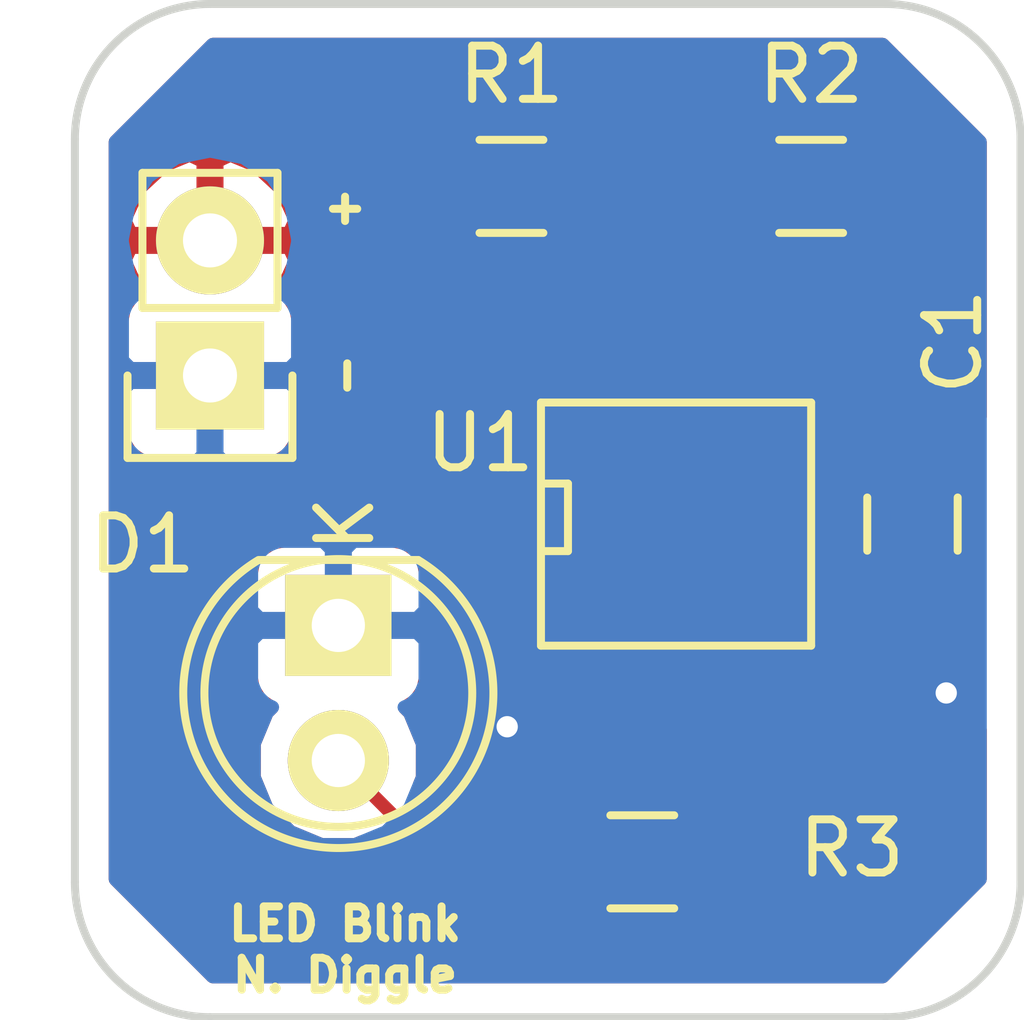
<source format=kicad_pcb>
(kicad_pcb (version 4) (host pcbnew 4.0.2-stable)

  (general
    (links 13)
    (no_connects 2)
    (area 126.924999 107.874999 144.855001 127.075001)
    (thickness 1.6)
    (drawings 11)
    (tracks 27)
    (zones 0)
    (modules 7)
    (nets 8)
  )

  (page A4)
  (layers
    (0 F.Cu signal)
    (31 B.Cu signal)
    (32 B.Adhes user)
    (33 F.Adhes user)
    (34 B.Paste user)
    (35 F.Paste user)
    (36 B.SilkS user)
    (37 F.SilkS user)
    (38 B.Mask user)
    (39 F.Mask user)
    (40 Dwgs.User user)
    (41 Cmts.User user)
    (42 Eco1.User user)
    (43 Eco2.User user)
    (44 Edge.Cuts user)
    (45 Margin user)
    (46 B.CrtYd user)
    (47 F.CrtYd user)
    (48 B.Fab user)
    (49 F.Fab user)
  )

  (setup
    (last_trace_width 0.25)
    (trace_clearance 0.2)
    (zone_clearance 0.508)
    (zone_45_only yes)
    (trace_min 0.2)
    (segment_width 0.2)
    (edge_width 0.15)
    (via_size 0.6)
    (via_drill 0.4)
    (via_min_size 0.4)
    (via_min_drill 0.3)
    (uvia_size 0.3)
    (uvia_drill 0.1)
    (uvias_allowed no)
    (uvia_min_size 0.2)
    (uvia_min_drill 0.1)
    (pcb_text_width 0.3)
    (pcb_text_size 1.5 1.5)
    (mod_edge_width 0.15)
    (mod_text_size 1 1)
    (mod_text_width 0.15)
    (pad_size 1.524 1.524)
    (pad_drill 0.762)
    (pad_to_mask_clearance 0.2)
    (aux_axis_origin 0 0)
    (visible_elements 7FFEFFFF)
    (pcbplotparams
      (layerselection 0x00030_80000001)
      (usegerberextensions false)
      (excludeedgelayer true)
      (linewidth 0.100000)
      (plotframeref false)
      (viasonmask false)
      (mode 1)
      (useauxorigin false)
      (hpglpennumber 1)
      (hpglpenspeed 20)
      (hpglpendiameter 15)
      (hpglpenoverlay 2)
      (psnegative false)
      (psa4output false)
      (plotreference true)
      (plotvalue true)
      (plotinvisibletext false)
      (padsonsilk false)
      (subtractmaskfromsilk false)
      (outputformat 1)
      (mirror false)
      (drillshape 1)
      (scaleselection 1)
      (outputdirectory ""))
  )

  (net 0 "")
  (net 1 VCC)
  (net 2 GND)
  (net 3 "Net-(U1-Pad5)")
  (net 4 "Net-(C1-Pad1)")
  (net 5 "Net-(D1-Pad2)")
  (net 6 "Net-(R1-Pad2)")
  (net 7 "Net-(R3-Pad1)")

  (net_class Default "This is the default net class."
    (clearance 0.2)
    (trace_width 0.25)
    (via_dia 0.6)
    (via_drill 0.4)
    (uvia_dia 0.3)
    (uvia_drill 0.1)
    (add_net GND)
    (add_net "Net-(C1-Pad1)")
    (add_net "Net-(D1-Pad2)")
    (add_net "Net-(R1-Pad2)")
    (add_net "Net-(R3-Pad1)")
    (add_net "Net-(U1-Pad5)")
    (add_net VCC)
  )

  (module Capacitors_SMD:C_0805_HandSoldering (layer F.Cu) (tedit 541A9B8D) (tstamp 57CEF9DC)
    (at 142.748 117.729 270)
    (descr "Capacitor SMD 0805, hand soldering")
    (tags "capacitor 0805")
    (path /57CED41D)
    (attr smd)
    (fp_text reference C1 (at -3.429 -0.762 270) (layer F.SilkS)
      (effects (font (size 1 1) (thickness 0.15)))
    )
    (fp_text value 1uF (at 0 2.1 270) (layer F.Fab)
      (effects (font (size 1 1) (thickness 0.15)))
    )
    (fp_line (start -2.3 -1) (end 2.3 -1) (layer F.CrtYd) (width 0.05))
    (fp_line (start -2.3 1) (end 2.3 1) (layer F.CrtYd) (width 0.05))
    (fp_line (start -2.3 -1) (end -2.3 1) (layer F.CrtYd) (width 0.05))
    (fp_line (start 2.3 -1) (end 2.3 1) (layer F.CrtYd) (width 0.05))
    (fp_line (start 0.5 -0.85) (end -0.5 -0.85) (layer F.SilkS) (width 0.15))
    (fp_line (start -0.5 0.85) (end 0.5 0.85) (layer F.SilkS) (width 0.15))
    (pad 1 smd rect (at -1.25 0 270) (size 1.5 1.25) (layers F.Cu F.Paste F.Mask)
      (net 4 "Net-(C1-Pad1)"))
    (pad 2 smd rect (at 1.25 0 270) (size 1.5 1.25) (layers F.Cu F.Paste F.Mask)
      (net 2 GND))
    (model Capacitors_SMD.3dshapes/C_0805_HandSoldering.wrl
      (at (xyz 0 0 0))
      (scale (xyz 1 1 1))
      (rotate (xyz 0 0 0))
    )
  )

  (module LEDs:LED-5MM (layer F.Cu) (tedit 5570F7EA) (tstamp 57CEF9E2)
    (at 131.953 119.634 270)
    (descr "LED 5mm round vertical")
    (tags "LED 5mm round vertical")
    (path /57CED4CB)
    (fp_text reference D1 (at -1.524 3.683 360) (layer F.SilkS)
      (effects (font (size 1 1) (thickness 0.15)))
    )
    (fp_text value LED (at 1.524 -3.937 270) (layer F.Fab)
      (effects (font (size 1 1) (thickness 0.15)))
    )
    (fp_line (start -1.5 -1.55) (end -1.5 1.55) (layer F.CrtYd) (width 0.05))
    (fp_arc (start 1.3 0) (end -1.5 1.55) (angle -302) (layer F.CrtYd) (width 0.05))
    (fp_arc (start 1.27 0) (end -1.23 -1.5) (angle 297.5) (layer F.SilkS) (width 0.15))
    (fp_line (start -1.23 1.5) (end -1.23 -1.5) (layer F.SilkS) (width 0.15))
    (fp_circle (center 1.27 0) (end 0.97 -2.5) (layer F.SilkS) (width 0.15))
    (fp_text user K (at -1.905 -0.127 270) (layer F.SilkS)
      (effects (font (size 1 1) (thickness 0.15)))
    )
    (pad 1 thru_hole rect (at 0 0) (size 2 1.9) (drill 1.00076) (layers *.Cu *.Mask F.SilkS)
      (net 2 GND))
    (pad 2 thru_hole circle (at 2.54 0 270) (size 1.9 1.9) (drill 1.00076) (layers *.Cu *.Mask F.SilkS)
      (net 5 "Net-(D1-Pad2)"))
    (model LEDs.3dshapes/LED-5MM.wrl
      (at (xyz 0.05 0 0))
      (scale (xyz 1 1 1))
      (rotate (xyz 0 0 90))
    )
  )

  (module Resistors_SMD:R_0805_HandSoldering (layer F.Cu) (tedit 54189DEE) (tstamp 57CEF9E8)
    (at 135.208 111.379)
    (descr "Resistor SMD 0805, hand soldering")
    (tags "resistor 0805")
    (path /57CED3AF)
    (attr smd)
    (fp_text reference R1 (at 0 -2.1) (layer F.SilkS)
      (effects (font (size 1 1) (thickness 0.15)))
    )
    (fp_text value 1k (at 0 2.1) (layer F.Fab)
      (effects (font (size 1 1) (thickness 0.15)))
    )
    (fp_line (start -2.4 -1) (end 2.4 -1) (layer F.CrtYd) (width 0.05))
    (fp_line (start -2.4 1) (end 2.4 1) (layer F.CrtYd) (width 0.05))
    (fp_line (start -2.4 -1) (end -2.4 1) (layer F.CrtYd) (width 0.05))
    (fp_line (start 2.4 -1) (end 2.4 1) (layer F.CrtYd) (width 0.05))
    (fp_line (start 0.6 0.875) (end -0.6 0.875) (layer F.SilkS) (width 0.15))
    (fp_line (start -0.6 -0.875) (end 0.6 -0.875) (layer F.SilkS) (width 0.15))
    (pad 1 smd rect (at -1.35 0) (size 1.5 1.3) (layers F.Cu F.Paste F.Mask)
      (net 1 VCC))
    (pad 2 smd rect (at 1.35 0) (size 1.5 1.3) (layers F.Cu F.Paste F.Mask)
      (net 6 "Net-(R1-Pad2)"))
    (model Resistors_SMD.3dshapes/R_0805_HandSoldering.wrl
      (at (xyz 0 0 0))
      (scale (xyz 1 1 1))
      (rotate (xyz 0 0 0))
    )
  )

  (module Resistors_SMD:R_0805_HandSoldering (layer F.Cu) (tedit 54189DEE) (tstamp 57CEF9EE)
    (at 140.843 111.379)
    (descr "Resistor SMD 0805, hand soldering")
    (tags "resistor 0805")
    (path /57CED3F2)
    (attr smd)
    (fp_text reference R2 (at 0 -2.1) (layer F.SilkS)
      (effects (font (size 1 1) (thickness 0.15)))
    )
    (fp_text value 470k (at 0 2.1) (layer F.Fab)
      (effects (font (size 1 1) (thickness 0.15)))
    )
    (fp_line (start -2.4 -1) (end 2.4 -1) (layer F.CrtYd) (width 0.05))
    (fp_line (start -2.4 1) (end 2.4 1) (layer F.CrtYd) (width 0.05))
    (fp_line (start -2.4 -1) (end -2.4 1) (layer F.CrtYd) (width 0.05))
    (fp_line (start 2.4 -1) (end 2.4 1) (layer F.CrtYd) (width 0.05))
    (fp_line (start 0.6 0.875) (end -0.6 0.875) (layer F.SilkS) (width 0.15))
    (fp_line (start -0.6 -0.875) (end 0.6 -0.875) (layer F.SilkS) (width 0.15))
    (pad 1 smd rect (at -1.35 0) (size 1.5 1.3) (layers F.Cu F.Paste F.Mask)
      (net 6 "Net-(R1-Pad2)"))
    (pad 2 smd rect (at 1.35 0) (size 1.5 1.3) (layers F.Cu F.Paste F.Mask)
      (net 4 "Net-(C1-Pad1)"))
    (model Resistors_SMD.3dshapes/R_0805_HandSoldering.wrl
      (at (xyz 0 0 0))
      (scale (xyz 1 1 1))
      (rotate (xyz 0 0 0))
    )
  )

  (module Resistors_SMD:R_0805_HandSoldering (layer F.Cu) (tedit 54189DEE) (tstamp 57CEF9F4)
    (at 137.668 124.079 180)
    (descr "Resistor SMD 0805, hand soldering")
    (tags "resistor 0805")
    (path /57CED462)
    (attr smd)
    (fp_text reference R3 (at -3.937 0.254 180) (layer F.SilkS)
      (effects (font (size 1 1) (thickness 0.15)))
    )
    (fp_text value 1k (at 0 2.1 180) (layer F.Fab)
      (effects (font (size 1 1) (thickness 0.15)))
    )
    (fp_line (start -2.4 -1) (end 2.4 -1) (layer F.CrtYd) (width 0.05))
    (fp_line (start -2.4 1) (end 2.4 1) (layer F.CrtYd) (width 0.05))
    (fp_line (start -2.4 -1) (end -2.4 1) (layer F.CrtYd) (width 0.05))
    (fp_line (start 2.4 -1) (end 2.4 1) (layer F.CrtYd) (width 0.05))
    (fp_line (start 0.6 0.875) (end -0.6 0.875) (layer F.SilkS) (width 0.15))
    (fp_line (start -0.6 -0.875) (end 0.6 -0.875) (layer F.SilkS) (width 0.15))
    (pad 1 smd rect (at -1.35 0 180) (size 1.5 1.3) (layers F.Cu F.Paste F.Mask)
      (net 7 "Net-(R3-Pad1)"))
    (pad 2 smd rect (at 1.35 0 180) (size 1.5 1.3) (layers F.Cu F.Paste F.Mask)
      (net 5 "Net-(D1-Pad2)"))
    (model Resistors_SMD.3dshapes/R_0805_HandSoldering.wrl
      (at (xyz 0 0 0))
      (scale (xyz 1 1 1))
      (rotate (xyz 0 0 0))
    )
  )

  (module SMD_Packages:SOIC-8-N (layer F.Cu) (tedit 0) (tstamp 57CEFA00)
    (at 138.303 117.729)
    (descr "Module Narrow CMS SOJ 8 pins large")
    (tags "CMS SOJ")
    (path /57CED36D)
    (attr smd)
    (fp_text reference U1 (at -3.683 -1.524) (layer F.SilkS)
      (effects (font (size 1 1) (thickness 0.15)))
    )
    (fp_text value ICM7555 (at 0 1.27) (layer F.Fab)
      (effects (font (size 1 1) (thickness 0.15)))
    )
    (fp_line (start -2.54 -2.286) (end 2.54 -2.286) (layer F.SilkS) (width 0.15))
    (fp_line (start 2.54 -2.286) (end 2.54 2.286) (layer F.SilkS) (width 0.15))
    (fp_line (start 2.54 2.286) (end -2.54 2.286) (layer F.SilkS) (width 0.15))
    (fp_line (start -2.54 2.286) (end -2.54 -2.286) (layer F.SilkS) (width 0.15))
    (fp_line (start -2.54 -0.762) (end -2.032 -0.762) (layer F.SilkS) (width 0.15))
    (fp_line (start -2.032 -0.762) (end -2.032 0.508) (layer F.SilkS) (width 0.15))
    (fp_line (start -2.032 0.508) (end -2.54 0.508) (layer F.SilkS) (width 0.15))
    (pad 8 smd rect (at -1.905 -3.175) (size 0.508 1.143) (layers F.Cu F.Paste F.Mask)
      (net 1 VCC))
    (pad 7 smd rect (at -0.635 -3.175) (size 0.508 1.143) (layers F.Cu F.Paste F.Mask)
      (net 6 "Net-(R1-Pad2)"))
    (pad 6 smd rect (at 0.635 -3.175) (size 0.508 1.143) (layers F.Cu F.Paste F.Mask)
      (net 4 "Net-(C1-Pad1)"))
    (pad 5 smd rect (at 1.905 -3.175) (size 0.508 1.143) (layers F.Cu F.Paste F.Mask)
      (net 3 "Net-(U1-Pad5)"))
    (pad 4 smd rect (at 1.905 3.175) (size 0.508 1.143) (layers F.Cu F.Paste F.Mask)
      (net 1 VCC))
    (pad 3 smd rect (at 0.635 3.175) (size 0.508 1.143) (layers F.Cu F.Paste F.Mask)
      (net 7 "Net-(R3-Pad1)"))
    (pad 2 smd rect (at -0.635 3.175) (size 0.508 1.143) (layers F.Cu F.Paste F.Mask)
      (net 4 "Net-(C1-Pad1)"))
    (pad 1 smd rect (at -1.905 3.175) (size 0.508 1.143) (layers F.Cu F.Paste F.Mask)
      (net 2 GND))
    (model SMD_Packages.3dshapes/SOIC-8-N.wrl
      (at (xyz 0 0 0))
      (scale (xyz 0.5 0.38 0.5))
      (rotate (xyz 0 0 0))
    )
  )

  (module Socket_Strips:Socket_Strip_Straight_1x02 (layer F.Cu) (tedit 57D01D14) (tstamp 57D01CA7)
    (at 129.54 114.935 90)
    (descr "Through hole socket strip")
    (tags "socket strip")
    (path /57D01D05)
    (fp_text reference P1 (at 5.08 0 180) (layer F.SilkS) hide
      (effects (font (size 1 1) (thickness 0.15)))
    )
    (fp_text value CONN_01X02 (at 0 -3.1 90) (layer F.Fab)
      (effects (font (size 1 1) (thickness 0.15)))
    )
    (fp_line (start -1.55 1.55) (end 0 1.55) (layer F.SilkS) (width 0.15))
    (fp_line (start 3.81 1.27) (end 1.27 1.27) (layer F.SilkS) (width 0.15))
    (fp_line (start -1.75 -1.75) (end -1.75 1.75) (layer F.CrtYd) (width 0.05))
    (fp_line (start 4.3 -1.75) (end 4.3 1.75) (layer F.CrtYd) (width 0.05))
    (fp_line (start -1.75 -1.75) (end 4.3 -1.75) (layer F.CrtYd) (width 0.05))
    (fp_line (start -1.75 1.75) (end 4.3 1.75) (layer F.CrtYd) (width 0.05))
    (fp_line (start 1.27 1.27) (end 1.27 -1.27) (layer F.SilkS) (width 0.15))
    (fp_line (start 0 -1.55) (end -1.55 -1.55) (layer F.SilkS) (width 0.15))
    (fp_line (start -1.55 -1.55) (end -1.55 1.55) (layer F.SilkS) (width 0.15))
    (fp_line (start 1.27 -1.27) (end 3.81 -1.27) (layer F.SilkS) (width 0.15))
    (fp_line (start 3.81 -1.27) (end 3.81 1.27) (layer F.SilkS) (width 0.15))
    (pad 1 thru_hole rect (at 0 0 90) (size 2.032 2.032) (drill 1.016) (layers *.Cu *.Mask F.SilkS)
      (net 2 GND))
    (pad 2 thru_hole oval (at 2.54 0 90) (size 2.032 2.032) (drill 1.016) (layers *.Cu *.Mask F.SilkS)
      (net 1 VCC))
    (model Socket_Strips.3dshapes/Socket_Strip_Straight_1x02.wrl
      (at (xyz 0.05 0 0))
      (scale (xyz 1 1 1))
      (rotate (xyz 0 0 180))
    )
  )

  (gr_text - (at 132.08 114.935 90) (layer F.SilkS) (tstamp 57D01CCD)
    (effects (font (size 0.6 0.6) (thickness 0.15)))
  )
  (gr_text + (at 132.08 111.76 360) (layer F.SilkS)
    (effects (font (size 0.6 0.6) (thickness 0.15)))
  )
  (gr_text "LED Blink\nN. Diggle" (at 132.08 125.73) (layer F.SilkS)
    (effects (font (size 0.6 0.6) (thickness 0.15)))
  )
  (gr_arc (start 142.24 124.46) (end 144.78 124.46) (angle 90) (layer Edge.Cuts) (width 0.15))
  (gr_arc (start 142.24 110.49) (end 142.24 107.95) (angle 90) (layer Edge.Cuts) (width 0.15))
  (gr_line (start 144.78 110.49) (end 144.78 124.46) (layer Edge.Cuts) (width 0.15))
  (gr_line (start 129.54 107.95) (end 142.24 107.95) (layer Edge.Cuts) (width 0.15))
  (gr_arc (start 129.54 110.49) (end 127 110.49) (angle 90) (layer Edge.Cuts) (width 0.15))
  (gr_arc (start 129.54 124.46) (end 129.54 127) (angle 90) (layer Edge.Cuts) (width 0.15))
  (gr_line (start 127 110.49) (end 127 124.46) (layer Edge.Cuts) (width 0.15))
  (gr_line (start 129.54 127) (end 142.24 127) (layer Edge.Cuts) (width 0.15))

  (segment (start 136.398 120.904) (end 135.763 120.904) (width 0.25) (layer F.Cu) (net 2))
  (segment (start 135.763 120.904) (end 135.128 121.539) (width 0.25) (layer F.Cu) (net 2))
  (via (at 135.128 121.539) (size 0.6) (drill 0.4) (layers F.Cu B.Cu) (net 2))
  (segment (start 142.748 118.979) (end 142.748 120.269) (width 0.25) (layer F.Cu) (net 2))
  (via (at 143.383 120.904) (size 0.6) (drill 0.4) (layers F.Cu B.Cu) (net 2))
  (segment (start 142.748 120.269) (end 143.383 120.904) (width 0.25) (layer F.Cu) (net 2))
  (segment (start 138.938 114.554) (end 138.938 116.899783) (width 0.25) (layer F.Cu) (net 4))
  (segment (start 138.938 116.899783) (end 137.668 118.169783) (width 0.25) (layer F.Cu) (net 4))
  (segment (start 137.668 118.169783) (end 137.668 120.0825) (width 0.25) (layer F.Cu) (net 4))
  (segment (start 137.668 120.0825) (end 137.668 120.904) (width 0.25) (layer F.Cu) (net 4))
  (segment (start 141.456532 112.969053) (end 142.748 114.260521) (width 0.25) (layer F.Cu) (net 4))
  (segment (start 142.748 114.260521) (end 142.748 116.479) (width 0.25) (layer F.Cu) (net 4))
  (segment (start 142.193 111.379) (end 142.193 112.232585) (width 0.25) (layer F.Cu) (net 4))
  (segment (start 142.193 112.232585) (end 141.456532 112.969053) (width 0.25) (layer F.Cu) (net 4))
  (segment (start 141.456532 112.969053) (end 139.496057 112.969053) (width 0.25) (layer F.Cu) (net 4))
  (segment (start 139.496057 112.969053) (end 138.938 113.52711) (width 0.25) (layer F.Cu) (net 4))
  (segment (start 138.938 113.52711) (end 138.938 114.554) (width 0.25) (layer F.Cu) (net 4))
  (segment (start 131.953 122.174) (end 133.858 124.079) (width 0.25) (layer F.Cu) (net 5))
  (segment (start 133.858 124.079) (end 136.318 124.079) (width 0.25) (layer F.Cu) (net 5))
  (segment (start 139.493 111.379) (end 138.493 111.379) (width 0.25) (layer F.Cu) (net 6))
  (segment (start 138.493 111.379) (end 137.668 112.204) (width 0.25) (layer F.Cu) (net 6))
  (segment (start 137.668 112.204) (end 137.668 112.389) (width 0.25) (layer F.Cu) (net 6))
  (segment (start 137.668 114.554) (end 137.668 112.389) (width 0.25) (layer F.Cu) (net 6))
  (segment (start 137.668 112.389) (end 136.658 111.379) (width 0.25) (layer F.Cu) (net 6))
  (segment (start 136.658 111.379) (end 136.558 111.379) (width 0.25) (layer F.Cu) (net 6))
  (segment (start 139.018 124.079) (end 139.018 120.984) (width 0.25) (layer F.Cu) (net 7))
  (segment (start 139.018 120.984) (end 138.938 120.904) (width 0.25) (layer F.Cu) (net 7))

  (zone (net 2) (net_name GND) (layer B.Cu) (tstamp 0) (hatch edge 0.508)
    (connect_pads (clearance 0.508))
    (min_thickness 0.254)
    (fill yes (arc_segments 16) (thermal_gap 0.508) (thermal_bridge_width 0.508))
    (polygon
      (pts
        (xy 129.54 126.365) (xy 127.635 124.46) (xy 127.635 110.49) (xy 129.54 108.585) (xy 142.24 108.585)
        (xy 144.145 110.49) (xy 144.145 124.46) (xy 142.24 126.365)
      )
    )
    (filled_polygon
      (pts
        (xy 144.018 110.542606) (xy 144.018 124.407394) (xy 142.187394 126.238) (xy 129.592606 126.238) (xy 127.762 124.407394)
        (xy 127.762 119.91975) (xy 130.318 119.91975) (xy 130.318 120.71031) (xy 130.414673 120.943699) (xy 130.593302 121.122327)
        (xy 130.713251 121.172012) (xy 130.610086 121.274997) (xy 130.368276 121.857341) (xy 130.367725 122.487893) (xy 130.608519 123.070657)
        (xy 131.053997 123.516914) (xy 131.636341 123.758724) (xy 132.266893 123.759275) (xy 132.849657 123.518481) (xy 133.295914 123.073003)
        (xy 133.537724 122.490659) (xy 133.538275 121.860107) (xy 133.297481 121.277343) (xy 133.192455 121.172133) (xy 133.312698 121.122327)
        (xy 133.491327 120.943699) (xy 133.588 120.71031) (xy 133.588 119.91975) (xy 133.42925 119.761) (xy 132.08 119.761)
        (xy 132.08 119.781) (xy 131.826 119.781) (xy 131.826 119.761) (xy 130.47675 119.761) (xy 130.318 119.91975)
        (xy 127.762 119.91975) (xy 127.762 118.55769) (xy 130.318 118.55769) (xy 130.318 119.34825) (xy 130.47675 119.507)
        (xy 131.826 119.507) (xy 131.826 118.20775) (xy 132.08 118.20775) (xy 132.08 119.507) (xy 133.42925 119.507)
        (xy 133.588 119.34825) (xy 133.588 118.55769) (xy 133.491327 118.324301) (xy 133.312698 118.145673) (xy 133.079309 118.049)
        (xy 132.23875 118.049) (xy 132.08 118.20775) (xy 131.826 118.20775) (xy 131.66725 118.049) (xy 130.826691 118.049)
        (xy 130.593302 118.145673) (xy 130.414673 118.324301) (xy 130.318 118.55769) (xy 127.762 118.55769) (xy 127.762 115.22075)
        (xy 127.889 115.22075) (xy 127.889 116.077309) (xy 127.985673 116.310698) (xy 128.164301 116.489327) (xy 128.39769 116.586)
        (xy 129.25425 116.586) (xy 129.413 116.42725) (xy 129.413 115.062) (xy 129.667 115.062) (xy 129.667 116.42725)
        (xy 129.82575 116.586) (xy 130.68231 116.586) (xy 130.915699 116.489327) (xy 131.094327 116.310698) (xy 131.191 116.077309)
        (xy 131.191 115.22075) (xy 131.03225 115.062) (xy 129.667 115.062) (xy 129.413 115.062) (xy 128.04775 115.062)
        (xy 127.889 115.22075) (xy 127.762 115.22075) (xy 127.762 112.362655) (xy 127.889 112.362655) (xy 127.889 112.427345)
        (xy 128.014675 113.059155) (xy 128.215372 113.359519) (xy 128.164301 113.380673) (xy 127.985673 113.559302) (xy 127.889 113.792691)
        (xy 127.889 114.64925) (xy 128.04775 114.808) (xy 129.413 114.808) (xy 129.413 114.788) (xy 129.667 114.788)
        (xy 129.667 114.808) (xy 131.03225 114.808) (xy 131.191 114.64925) (xy 131.191 113.792691) (xy 131.094327 113.559302)
        (xy 130.915699 113.380673) (xy 130.864628 113.359519) (xy 131.065325 113.059155) (xy 131.191 112.427345) (xy 131.191 112.362655)
        (xy 131.065325 111.730845) (xy 130.707433 111.195222) (xy 130.17181 110.83733) (xy 129.54 110.711655) (xy 128.90819 110.83733)
        (xy 128.372567 111.195222) (xy 128.014675 111.730845) (xy 127.889 112.362655) (xy 127.762 112.362655) (xy 127.762 110.542606)
        (xy 129.592606 108.712) (xy 142.187394 108.712)
      )
    )
  )
  (zone (net 1) (net_name VCC) (layer F.Cu) (tstamp 0) (hatch edge 0.508)
    (connect_pads (clearance 0.508))
    (min_thickness 0.254)
    (fill yes (arc_segments 16) (thermal_gap 0.508) (thermal_bridge_width 0.508))
    (polygon
      (pts
        (xy 129.54 126.365) (xy 127.635 124.46) (xy 127.635 110.49) (xy 129.54 108.585) (xy 142.24 108.585)
        (xy 144.145 110.49) (xy 144.145 124.46) (xy 142.24 126.365)
      )
    )
    (filled_polygon
      (pts
        (xy 144.018 110.542606) (xy 144.018 115.716033) (xy 143.976162 115.493683) (xy 143.83709 115.277559) (xy 143.62489 115.132569)
        (xy 143.508 115.108898) (xy 143.508 114.260521) (xy 143.450148 113.969682) (xy 143.285401 113.72312) (xy 142.531334 112.969053)
        (xy 142.730401 112.769986) (xy 142.792906 112.67644) (xy 142.943 112.67644) (xy 143.178317 112.632162) (xy 143.394441 112.49309)
        (xy 143.539431 112.28089) (xy 143.59044 112.029) (xy 143.59044 110.729) (xy 143.546162 110.493683) (xy 143.40709 110.277559)
        (xy 143.19489 110.132569) (xy 142.943 110.08156) (xy 141.443 110.08156) (xy 141.207683 110.125838) (xy 140.991559 110.26491)
        (xy 140.846569 110.47711) (xy 140.843919 110.490197) (xy 140.70709 110.277559) (xy 140.49489 110.132569) (xy 140.243 110.08156)
        (xy 138.743 110.08156) (xy 138.507683 110.125838) (xy 138.291559 110.26491) (xy 138.146569 110.47711) (xy 138.09556 110.729)
        (xy 138.09556 110.74808) (xy 137.955599 110.841599) (xy 137.95544 110.841758) (xy 137.95544 110.729) (xy 137.911162 110.493683)
        (xy 137.77209 110.277559) (xy 137.55989 110.132569) (xy 137.308 110.08156) (xy 135.808 110.08156) (xy 135.572683 110.125838)
        (xy 135.356559 110.26491) (xy 135.211569 110.47711) (xy 135.204809 110.51049) (xy 135.146327 110.369301) (xy 134.967698 110.190673)
        (xy 134.734309 110.094) (xy 134.14375 110.094) (xy 133.985 110.25275) (xy 133.985 111.252) (xy 134.005 111.252)
        (xy 134.005 111.506) (xy 133.985 111.506) (xy 133.985 112.50525) (xy 134.14375 112.664) (xy 134.734309 112.664)
        (xy 134.967698 112.567327) (xy 135.146327 112.388699) (xy 135.202654 112.252713) (xy 135.204838 112.264317) (xy 135.34391 112.480441)
        (xy 135.55611 112.625431) (xy 135.808 112.67644) (xy 136.880638 112.67644) (xy 136.908 112.703802) (xy 136.908 113.40122)
        (xy 136.778309 113.3475) (xy 136.68375 113.3475) (xy 136.525 113.50625) (xy 136.525 114.427) (xy 136.545 114.427)
        (xy 136.545 114.681) (xy 136.525 114.681) (xy 136.525 115.60175) (xy 136.68375 115.7605) (xy 136.778309 115.7605)
        (xy 137.011698 115.663827) (xy 137.038235 115.637291) (xy 137.16211 115.721931) (xy 137.414 115.77294) (xy 137.922 115.77294)
        (xy 138.157317 115.728662) (xy 138.178 115.715353) (xy 138.178 116.584981) (xy 137.130599 117.632382) (xy 136.965852 117.878944)
        (xy 136.908 118.169783) (xy 136.908 119.738877) (xy 136.90389 119.736069) (xy 136.652 119.68506) (xy 136.144 119.68506)
        (xy 135.908683 119.729338) (xy 135.692559 119.86841) (xy 135.547569 120.08061) (xy 135.525151 120.191311) (xy 135.472161 120.201852)
        (xy 135.225599 120.366599) (xy 134.98832 120.603878) (xy 134.942833 120.603838) (xy 134.599057 120.745883) (xy 134.335808 121.008673)
        (xy 134.193162 121.352201) (xy 134.192838 121.724167) (xy 134.334883 122.067943) (xy 134.597673 122.331192) (xy 134.941201 122.473838)
        (xy 135.313167 122.474162) (xy 135.656943 122.332117) (xy 135.913287 122.07622) (xy 136.144 122.12294) (xy 136.652 122.12294)
        (xy 136.887317 122.078662) (xy 137.033907 121.984334) (xy 137.16211 122.071931) (xy 137.414 122.12294) (xy 137.922 122.12294)
        (xy 138.157317 122.078662) (xy 138.258 122.013874) (xy 138.258 122.783442) (xy 138.032683 122.825838) (xy 137.816559 122.96491)
        (xy 137.671569 123.17711) (xy 137.668919 123.190197) (xy 137.53209 122.977559) (xy 137.31989 122.832569) (xy 137.068 122.78156)
        (xy 135.568 122.78156) (xy 135.332683 122.825838) (xy 135.116559 122.96491) (xy 134.971569 123.17711) (xy 134.942836 123.319)
        (xy 134.172802 123.319) (xy 133.48102 122.627218) (xy 133.537724 122.490659) (xy 133.538275 121.860107) (xy 133.297481 121.277343)
        (xy 133.199971 121.179663) (xy 133.404441 121.04809) (xy 133.549431 120.83589) (xy 133.60044 120.584) (xy 133.60044 118.684)
        (xy 133.556162 118.448683) (xy 133.41709 118.232559) (xy 133.20489 118.087569) (xy 132.953 118.03656) (xy 130.953 118.03656)
        (xy 130.717683 118.080838) (xy 130.501559 118.21991) (xy 130.356569 118.43211) (xy 130.30556 118.684) (xy 130.30556 120.584)
        (xy 130.349838 120.819317) (xy 130.48891 121.035441) (xy 130.70111 121.180431) (xy 130.704192 121.181055) (xy 130.610086 121.274997)
        (xy 130.368276 121.857341) (xy 130.367725 122.487893) (xy 130.608519 123.070657) (xy 131.053997 123.516914) (xy 131.636341 123.758724)
        (xy 132.266893 123.759275) (xy 132.405996 123.701798) (xy 133.320599 124.616401) (xy 133.567161 124.781148) (xy 133.858 124.839)
        (xy 134.941258 124.839) (xy 134.964838 124.964317) (xy 135.10391 125.180441) (xy 135.31611 125.325431) (xy 135.568 125.37644)
        (xy 137.068 125.37644) (xy 137.303317 125.332162) (xy 137.519441 125.19309) (xy 137.664431 124.98089) (xy 137.667081 124.967803)
        (xy 137.80391 125.180441) (xy 138.01611 125.325431) (xy 138.268 125.37644) (xy 139.768 125.37644) (xy 140.003317 125.332162)
        (xy 140.219441 125.19309) (xy 140.364431 124.98089) (xy 140.41544 124.729) (xy 140.41544 123.429) (xy 140.371162 123.193683)
        (xy 140.23209 122.977559) (xy 140.01989 122.832569) (xy 139.778 122.783585) (xy 139.778 122.089917) (xy 139.827691 122.1105)
        (xy 139.92225 122.1105) (xy 140.081 121.95175) (xy 140.081 121.031) (xy 140.335 121.031) (xy 140.335 121.95175)
        (xy 140.49375 122.1105) (xy 140.588309 122.1105) (xy 140.821698 122.013827) (xy 141.000327 121.835199) (xy 141.097 121.60181)
        (xy 141.097 121.18975) (xy 140.93825 121.031) (xy 140.335 121.031) (xy 140.081 121.031) (xy 140.061 121.031)
        (xy 140.061 120.777) (xy 140.081 120.777) (xy 140.081 119.85625) (xy 140.335 119.85625) (xy 140.335 120.777)
        (xy 140.93825 120.777) (xy 141.097 120.61825) (xy 141.097 120.20619) (xy 141.000327 119.972801) (xy 140.821698 119.794173)
        (xy 140.588309 119.6975) (xy 140.49375 119.6975) (xy 140.335 119.85625) (xy 140.081 119.85625) (xy 139.92225 119.6975)
        (xy 139.827691 119.6975) (xy 139.594302 119.794173) (xy 139.567765 119.820709) (xy 139.44389 119.736069) (xy 139.192 119.68506)
        (xy 138.684 119.68506) (xy 138.448683 119.729338) (xy 138.428 119.742647) (xy 138.428 118.484585) (xy 139.475401 117.437184)
        (xy 139.640148 117.190623) (xy 139.698 116.899783) (xy 139.698 115.719123) (xy 139.70211 115.721931) (xy 139.954 115.77294)
        (xy 140.462 115.77294) (xy 140.697317 115.728662) (xy 140.913441 115.58959) (xy 141.058431 115.37739) (xy 141.10944 115.1255)
        (xy 141.10944 113.9825) (xy 141.065162 113.747183) (xy 141.053496 113.729053) (xy 141.14173 113.729053) (xy 141.988 114.575323)
        (xy 141.988 115.106962) (xy 141.887683 115.125838) (xy 141.671559 115.26491) (xy 141.526569 115.47711) (xy 141.47556 115.729)
        (xy 141.47556 117.229) (xy 141.519838 117.464317) (xy 141.65891 117.680441) (xy 141.728711 117.728134) (xy 141.671559 117.76491)
        (xy 141.526569 117.97711) (xy 141.47556 118.229) (xy 141.47556 119.729) (xy 141.519838 119.964317) (xy 141.65891 120.180441)
        (xy 141.87111 120.325431) (xy 142.004602 120.352464) (xy 142.045852 120.559839) (xy 142.210599 120.806401) (xy 142.447878 121.04368)
        (xy 142.447838 121.089167) (xy 142.589883 121.432943) (xy 142.852673 121.696192) (xy 143.196201 121.838838) (xy 143.568167 121.839162)
        (xy 143.911943 121.697117) (xy 144.018 121.591245) (xy 144.018 124.407394) (xy 142.187394 126.238) (xy 129.592606 126.238)
        (xy 127.762 124.407394) (xy 127.762 113.919) (xy 127.87656 113.919) (xy 127.87656 115.951) (xy 127.920838 116.186317)
        (xy 128.05991 116.402441) (xy 128.27211 116.547431) (xy 128.524 116.59844) (xy 130.556 116.59844) (xy 130.791317 116.554162)
        (xy 131.007441 116.41509) (xy 131.152431 116.20289) (xy 131.20344 115.951) (xy 131.20344 114.83975) (xy 135.509 114.83975)
        (xy 135.509 115.25181) (xy 135.605673 115.485199) (xy 135.784302 115.663827) (xy 136.017691 115.7605) (xy 136.11225 115.7605)
        (xy 136.271 115.60175) (xy 136.271 114.681) (xy 135.66775 114.681) (xy 135.509 114.83975) (xy 131.20344 114.83975)
        (xy 131.20344 113.919) (xy 131.191622 113.85619) (xy 135.509 113.85619) (xy 135.509 114.26825) (xy 135.66775 114.427)
        (xy 136.271 114.427) (xy 136.271 113.50625) (xy 136.11225 113.3475) (xy 136.017691 113.3475) (xy 135.784302 113.444173)
        (xy 135.605673 113.622801) (xy 135.509 113.85619) (xy 131.191622 113.85619) (xy 131.159162 113.683683) (xy 131.02009 113.467559)
        (xy 130.873128 113.367144) (xy 130.877188 113.363379) (xy 131.145983 112.777946) (xy 131.027367 112.522) (xy 129.667 112.522)
        (xy 129.667 112.542) (xy 129.413 112.542) (xy 129.413 112.522) (xy 128.052633 112.522) (xy 127.934017 112.777946)
        (xy 128.202812 113.363379) (xy 128.207724 113.367934) (xy 128.072559 113.45491) (xy 127.927569 113.66711) (xy 127.87656 113.919)
        (xy 127.762 113.919) (xy 127.762 112.012054) (xy 127.934017 112.012054) (xy 128.052633 112.268) (xy 129.413 112.268)
        (xy 129.413 110.908164) (xy 129.667 110.908164) (xy 129.667 112.268) (xy 131.027367 112.268) (xy 131.145983 112.012054)
        (xy 130.986523 111.66475) (xy 132.473 111.66475) (xy 132.473 112.15531) (xy 132.569673 112.388699) (xy 132.748302 112.567327)
        (xy 132.981691 112.664) (xy 133.57225 112.664) (xy 133.731 112.50525) (xy 133.731 111.506) (xy 132.63175 111.506)
        (xy 132.473 111.66475) (xy 130.986523 111.66475) (xy 130.877188 111.426621) (xy 130.404818 110.988615) (xy 129.922944 110.789025)
        (xy 129.667 110.908164) (xy 129.413 110.908164) (xy 129.157056 110.789025) (xy 128.675182 110.988615) (xy 128.202812 111.426621)
        (xy 127.934017 112.012054) (xy 127.762 112.012054) (xy 127.762 110.60269) (xy 132.473 110.60269) (xy 132.473 111.09325)
        (xy 132.63175 111.252) (xy 133.731 111.252) (xy 133.731 110.25275) (xy 133.57225 110.094) (xy 132.981691 110.094)
        (xy 132.748302 110.190673) (xy 132.569673 110.369301) (xy 132.473 110.60269) (xy 127.762 110.60269) (xy 127.762 110.542606)
        (xy 129.592606 108.712) (xy 142.187394 108.712)
      )
    )
  )
)

</source>
